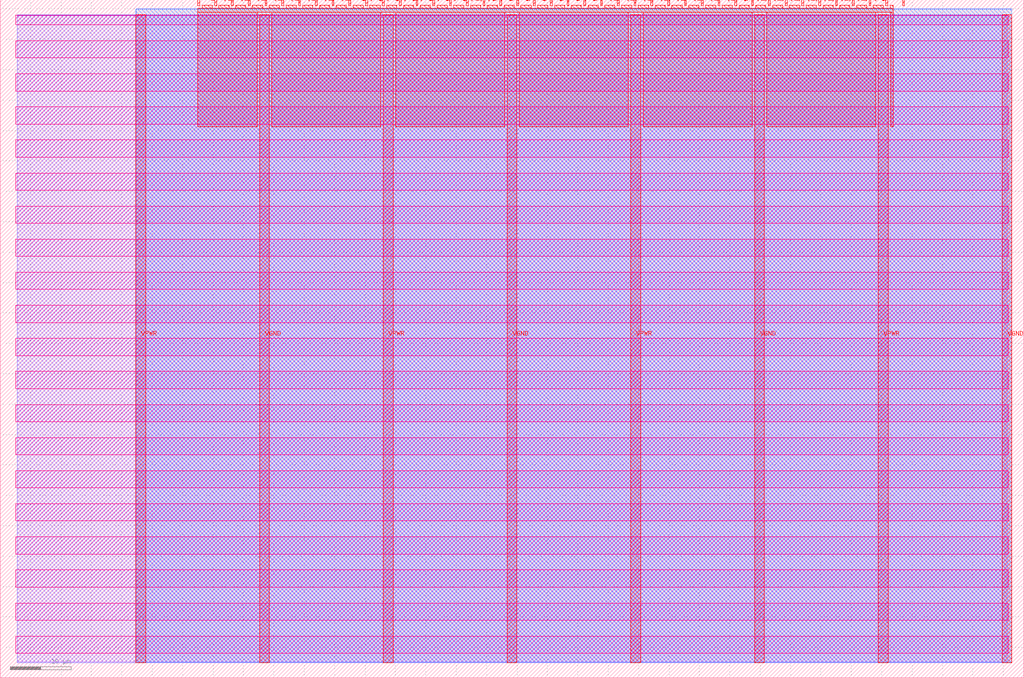
<source format=lef>
VERSION 5.7 ;
  NOWIREEXTENSIONATPIN ON ;
  DIVIDERCHAR "/" ;
  BUSBITCHARS "[]" ;
MACRO tt_um_uabc_electronica_2023_dup
  CLASS BLOCK ;
  FOREIGN tt_um_uabc_electronica_2023_dup ;
  ORIGIN 0.000 0.000 ;
  SIZE 168.360 BY 111.520 ;
  PIN VGND
    DIRECTION INOUT ;
    USE GROUND ;
    PORT
      LAYER met4 ;
        RECT 42.670 2.480 44.270 109.040 ;
    END
    PORT
      LAYER met4 ;
        RECT 83.380 2.480 84.980 109.040 ;
    END
    PORT
      LAYER met4 ;
        RECT 124.090 2.480 125.690 109.040 ;
    END
    PORT
      LAYER met4 ;
        RECT 164.800 2.480 166.400 109.040 ;
    END
  END VGND
  PIN VPWR
    DIRECTION INOUT ;
    USE POWER ;
    PORT
      LAYER met4 ;
        RECT 22.315 2.480 23.915 109.040 ;
    END
    PORT
      LAYER met4 ;
        RECT 63.025 2.480 64.625 109.040 ;
    END
    PORT
      LAYER met4 ;
        RECT 103.735 2.480 105.335 109.040 ;
    END
    PORT
      LAYER met4 ;
        RECT 144.445 2.480 146.045 109.040 ;
    END
  END VPWR
  PIN clk
    DIRECTION INPUT ;
    USE SIGNAL ;
    ANTENNAGATEAREA 0.852000 ;
    PORT
      LAYER met4 ;
        RECT 145.670 110.520 145.970 111.520 ;
    END
  END clk
  PIN ena
    DIRECTION INPUT ;
    USE SIGNAL ;
    PORT
      LAYER met4 ;
        RECT 148.430 110.520 148.730 111.520 ;
    END
  END ena
  PIN rst_n
    DIRECTION INPUT ;
    USE SIGNAL ;
    ANTENNAGATEAREA 0.213000 ;
    PORT
      LAYER met4 ;
        RECT 142.910 110.520 143.210 111.520 ;
    END
  END rst_n
  PIN ui_in[0]
    DIRECTION INPUT ;
    USE SIGNAL ;
    ANTENNAGATEAREA 0.196500 ;
    PORT
      LAYER met4 ;
        RECT 140.150 110.520 140.450 111.520 ;
    END
  END ui_in[0]
  PIN ui_in[1]
    DIRECTION INPUT ;
    USE SIGNAL ;
    ANTENNAGATEAREA 0.196500 ;
    PORT
      LAYER met4 ;
        RECT 137.390 110.520 137.690 111.520 ;
    END
  END ui_in[1]
  PIN ui_in[2]
    DIRECTION INPUT ;
    USE SIGNAL ;
    ANTENNAGATEAREA 0.196500 ;
    PORT
      LAYER met4 ;
        RECT 134.630 110.520 134.930 111.520 ;
    END
  END ui_in[2]
  PIN ui_in[3]
    DIRECTION INPUT ;
    USE SIGNAL ;
    ANTENNAGATEAREA 0.196500 ;
    PORT
      LAYER met4 ;
        RECT 131.870 110.520 132.170 111.520 ;
    END
  END ui_in[3]
  PIN ui_in[4]
    DIRECTION INPUT ;
    USE SIGNAL ;
    ANTENNAGATEAREA 0.196500 ;
    PORT
      LAYER met4 ;
        RECT 129.110 110.520 129.410 111.520 ;
    END
  END ui_in[4]
  PIN ui_in[5]
    DIRECTION INPUT ;
    USE SIGNAL ;
    ANTENNAGATEAREA 0.196500 ;
    PORT
      LAYER met4 ;
        RECT 126.350 110.520 126.650 111.520 ;
    END
  END ui_in[5]
  PIN ui_in[6]
    DIRECTION INPUT ;
    USE SIGNAL ;
    ANTENNAGATEAREA 0.196500 ;
    PORT
      LAYER met4 ;
        RECT 123.590 110.520 123.890 111.520 ;
    END
  END ui_in[6]
  PIN ui_in[7]
    DIRECTION INPUT ;
    USE SIGNAL ;
    ANTENNAGATEAREA 0.196500 ;
    PORT
      LAYER met4 ;
        RECT 120.830 110.520 121.130 111.520 ;
    END
  END ui_in[7]
  PIN uio_in[0]
    DIRECTION INPUT ;
    USE SIGNAL ;
    PORT
      LAYER met4 ;
        RECT 118.070 110.520 118.370 111.520 ;
    END
  END uio_in[0]
  PIN uio_in[1]
    DIRECTION INPUT ;
    USE SIGNAL ;
    PORT
      LAYER met4 ;
        RECT 115.310 110.520 115.610 111.520 ;
    END
  END uio_in[1]
  PIN uio_in[2]
    DIRECTION INPUT ;
    USE SIGNAL ;
    PORT
      LAYER met4 ;
        RECT 112.550 110.520 112.850 111.520 ;
    END
  END uio_in[2]
  PIN uio_in[3]
    DIRECTION INPUT ;
    USE SIGNAL ;
    PORT
      LAYER met4 ;
        RECT 109.790 110.520 110.090 111.520 ;
    END
  END uio_in[3]
  PIN uio_in[4]
    DIRECTION INPUT ;
    USE SIGNAL ;
    PORT
      LAYER met4 ;
        RECT 107.030 110.520 107.330 111.520 ;
    END
  END uio_in[4]
  PIN uio_in[5]
    DIRECTION INPUT ;
    USE SIGNAL ;
    PORT
      LAYER met4 ;
        RECT 104.270 110.520 104.570 111.520 ;
    END
  END uio_in[5]
  PIN uio_in[6]
    DIRECTION INPUT ;
    USE SIGNAL ;
    PORT
      LAYER met4 ;
        RECT 101.510 110.520 101.810 111.520 ;
    END
  END uio_in[6]
  PIN uio_in[7]
    DIRECTION INPUT ;
    USE SIGNAL ;
    PORT
      LAYER met4 ;
        RECT 98.750 110.520 99.050 111.520 ;
    END
  END uio_in[7]
  PIN uio_oe[0]
    DIRECTION OUTPUT TRISTATE ;
    USE SIGNAL ;
    PORT
      LAYER met4 ;
        RECT 51.830 110.520 52.130 111.520 ;
    END
  END uio_oe[0]
  PIN uio_oe[1]
    DIRECTION OUTPUT TRISTATE ;
    USE SIGNAL ;
    PORT
      LAYER met4 ;
        RECT 49.070 110.520 49.370 111.520 ;
    END
  END uio_oe[1]
  PIN uio_oe[2]
    DIRECTION OUTPUT TRISTATE ;
    USE SIGNAL ;
    PORT
      LAYER met4 ;
        RECT 46.310 110.520 46.610 111.520 ;
    END
  END uio_oe[2]
  PIN uio_oe[3]
    DIRECTION OUTPUT TRISTATE ;
    USE SIGNAL ;
    PORT
      LAYER met4 ;
        RECT 43.550 110.520 43.850 111.520 ;
    END
  END uio_oe[3]
  PIN uio_oe[4]
    DIRECTION OUTPUT TRISTATE ;
    USE SIGNAL ;
    PORT
      LAYER met4 ;
        RECT 40.790 110.520 41.090 111.520 ;
    END
  END uio_oe[4]
  PIN uio_oe[5]
    DIRECTION OUTPUT TRISTATE ;
    USE SIGNAL ;
    PORT
      LAYER met4 ;
        RECT 38.030 110.520 38.330 111.520 ;
    END
  END uio_oe[5]
  PIN uio_oe[6]
    DIRECTION OUTPUT TRISTATE ;
    USE SIGNAL ;
    PORT
      LAYER met4 ;
        RECT 35.270 110.520 35.570 111.520 ;
    END
  END uio_oe[6]
  PIN uio_oe[7]
    DIRECTION OUTPUT TRISTATE ;
    USE SIGNAL ;
    PORT
      LAYER met4 ;
        RECT 32.510 110.520 32.810 111.520 ;
    END
  END uio_oe[7]
  PIN uio_out[0]
    DIRECTION OUTPUT TRISTATE ;
    USE SIGNAL ;
    ANTENNADIFFAREA 0.445500 ;
    PORT
      LAYER met4 ;
        RECT 73.910 110.520 74.210 111.520 ;
    END
  END uio_out[0]
  PIN uio_out[1]
    DIRECTION OUTPUT TRISTATE ;
    USE SIGNAL ;
    ANTENNADIFFAREA 0.795200 ;
    PORT
      LAYER met4 ;
        RECT 71.150 110.520 71.450 111.520 ;
    END
  END uio_out[1]
  PIN uio_out[2]
    DIRECTION OUTPUT TRISTATE ;
    USE SIGNAL ;
    ANTENNADIFFAREA 0.445500 ;
    PORT
      LAYER met4 ;
        RECT 68.390 110.520 68.690 111.520 ;
    END
  END uio_out[2]
  PIN uio_out[3]
    DIRECTION OUTPUT TRISTATE ;
    USE SIGNAL ;
    ANTENNADIFFAREA 0.445500 ;
    PORT
      LAYER met4 ;
        RECT 65.630 110.520 65.930 111.520 ;
    END
  END uio_out[3]
  PIN uio_out[4]
    DIRECTION OUTPUT TRISTATE ;
    USE SIGNAL ;
    ANTENNADIFFAREA 0.445500 ;
    PORT
      LAYER met4 ;
        RECT 62.870 110.520 63.170 111.520 ;
    END
  END uio_out[4]
  PIN uio_out[5]
    DIRECTION OUTPUT TRISTATE ;
    USE SIGNAL ;
    ANTENNADIFFAREA 0.445500 ;
    PORT
      LAYER met4 ;
        RECT 60.110 110.520 60.410 111.520 ;
    END
  END uio_out[5]
  PIN uio_out[6]
    DIRECTION OUTPUT TRISTATE ;
    USE SIGNAL ;
    ANTENNADIFFAREA 0.445500 ;
    PORT
      LAYER met4 ;
        RECT 57.350 110.520 57.650 111.520 ;
    END
  END uio_out[6]
  PIN uio_out[7]
    DIRECTION OUTPUT TRISTATE ;
    USE SIGNAL ;
    ANTENNADIFFAREA 0.795200 ;
    PORT
      LAYER met4 ;
        RECT 54.590 110.520 54.890 111.520 ;
    END
  END uio_out[7]
  PIN uo_out[0]
    DIRECTION OUTPUT TRISTATE ;
    USE SIGNAL ;
    ANTENNADIFFAREA 0.445500 ;
    PORT
      LAYER met4 ;
        RECT 95.990 110.520 96.290 111.520 ;
    END
  END uo_out[0]
  PIN uo_out[1]
    DIRECTION OUTPUT TRISTATE ;
    USE SIGNAL ;
    ANTENNADIFFAREA 0.445500 ;
    PORT
      LAYER met4 ;
        RECT 93.230 110.520 93.530 111.520 ;
    END
  END uo_out[1]
  PIN uo_out[2]
    DIRECTION OUTPUT TRISTATE ;
    USE SIGNAL ;
    ANTENNADIFFAREA 0.445500 ;
    PORT
      LAYER met4 ;
        RECT 90.470 110.520 90.770 111.520 ;
    END
  END uo_out[2]
  PIN uo_out[3]
    DIRECTION OUTPUT TRISTATE ;
    USE SIGNAL ;
    ANTENNADIFFAREA 0.445500 ;
    PORT
      LAYER met4 ;
        RECT 87.710 110.520 88.010 111.520 ;
    END
  END uo_out[3]
  PIN uo_out[4]
    DIRECTION OUTPUT TRISTATE ;
    USE SIGNAL ;
    ANTENNADIFFAREA 0.445500 ;
    PORT
      LAYER met4 ;
        RECT 84.950 110.520 85.250 111.520 ;
    END
  END uo_out[4]
  PIN uo_out[5]
    DIRECTION OUTPUT TRISTATE ;
    USE SIGNAL ;
    ANTENNADIFFAREA 0.445500 ;
    PORT
      LAYER met4 ;
        RECT 82.190 110.520 82.490 111.520 ;
    END
  END uo_out[5]
  PIN uo_out[6]
    DIRECTION OUTPUT TRISTATE ;
    USE SIGNAL ;
    ANTENNADIFFAREA 0.445500 ;
    PORT
      LAYER met4 ;
        RECT 79.430 110.520 79.730 111.520 ;
    END
  END uo_out[6]
  PIN uo_out[7]
    DIRECTION OUTPUT TRISTATE ;
    USE SIGNAL ;
    PORT
      LAYER met4 ;
        RECT 76.670 110.520 76.970 111.520 ;
    END
  END uo_out[7]
  OBS
      LAYER nwell ;
        RECT 2.570 107.385 165.790 108.990 ;
        RECT 2.570 101.945 165.790 104.775 ;
        RECT 2.570 96.505 165.790 99.335 ;
        RECT 2.570 91.065 165.790 93.895 ;
        RECT 2.570 85.625 165.790 88.455 ;
        RECT 2.570 80.185 165.790 83.015 ;
        RECT 2.570 74.745 165.790 77.575 ;
        RECT 2.570 69.305 165.790 72.135 ;
        RECT 2.570 63.865 165.790 66.695 ;
        RECT 2.570 58.425 165.790 61.255 ;
        RECT 2.570 52.985 165.790 55.815 ;
        RECT 2.570 47.545 165.790 50.375 ;
        RECT 2.570 42.105 165.790 44.935 ;
        RECT 2.570 36.665 165.790 39.495 ;
        RECT 2.570 31.225 165.790 34.055 ;
        RECT 2.570 25.785 165.790 28.615 ;
        RECT 2.570 20.345 165.790 23.175 ;
        RECT 2.570 14.905 165.790 17.735 ;
        RECT 2.570 9.465 165.790 12.295 ;
        RECT 2.570 4.025 165.790 6.855 ;
      LAYER li1 ;
        RECT 2.760 2.635 165.600 108.885 ;
      LAYER met1 ;
        RECT 2.760 2.480 166.400 109.040 ;
      LAYER met2 ;
        RECT 22.345 2.535 166.370 110.005 ;
      LAYER met3 ;
        RECT 22.325 2.555 166.390 109.985 ;
      LAYER met4 ;
        RECT 33.210 110.120 34.870 110.650 ;
        RECT 35.970 110.120 37.630 110.650 ;
        RECT 38.730 110.120 40.390 110.650 ;
        RECT 41.490 110.120 43.150 110.650 ;
        RECT 44.250 110.120 45.910 110.650 ;
        RECT 47.010 110.120 48.670 110.650 ;
        RECT 49.770 110.120 51.430 110.650 ;
        RECT 52.530 110.120 54.190 110.650 ;
        RECT 55.290 110.120 56.950 110.650 ;
        RECT 58.050 110.120 59.710 110.650 ;
        RECT 60.810 110.120 62.470 110.650 ;
        RECT 63.570 110.120 65.230 110.650 ;
        RECT 66.330 110.120 67.990 110.650 ;
        RECT 69.090 110.120 70.750 110.650 ;
        RECT 71.850 110.120 73.510 110.650 ;
        RECT 74.610 110.120 76.270 110.650 ;
        RECT 77.370 110.120 79.030 110.650 ;
        RECT 80.130 110.120 81.790 110.650 ;
        RECT 82.890 110.120 84.550 110.650 ;
        RECT 85.650 110.120 87.310 110.650 ;
        RECT 88.410 110.120 90.070 110.650 ;
        RECT 91.170 110.120 92.830 110.650 ;
        RECT 93.930 110.120 95.590 110.650 ;
        RECT 96.690 110.120 98.350 110.650 ;
        RECT 99.450 110.120 101.110 110.650 ;
        RECT 102.210 110.120 103.870 110.650 ;
        RECT 104.970 110.120 106.630 110.650 ;
        RECT 107.730 110.120 109.390 110.650 ;
        RECT 110.490 110.120 112.150 110.650 ;
        RECT 113.250 110.120 114.910 110.650 ;
        RECT 116.010 110.120 117.670 110.650 ;
        RECT 118.770 110.120 120.430 110.650 ;
        RECT 121.530 110.120 123.190 110.650 ;
        RECT 124.290 110.120 125.950 110.650 ;
        RECT 127.050 110.120 128.710 110.650 ;
        RECT 129.810 110.120 131.470 110.650 ;
        RECT 132.570 110.120 134.230 110.650 ;
        RECT 135.330 110.120 136.990 110.650 ;
        RECT 138.090 110.120 139.750 110.650 ;
        RECT 140.850 110.120 142.510 110.650 ;
        RECT 143.610 110.120 145.270 110.650 ;
        RECT 146.370 110.120 146.905 110.650 ;
        RECT 32.495 109.440 146.905 110.120 ;
        RECT 32.495 90.615 42.270 109.440 ;
        RECT 44.670 90.615 62.625 109.440 ;
        RECT 65.025 90.615 82.980 109.440 ;
        RECT 85.380 90.615 103.335 109.440 ;
        RECT 105.735 90.615 123.690 109.440 ;
        RECT 126.090 90.615 144.045 109.440 ;
        RECT 146.445 90.615 146.905 109.440 ;
  END
END tt_um_uabc_electronica_2023_dup
END LIBRARY


</source>
